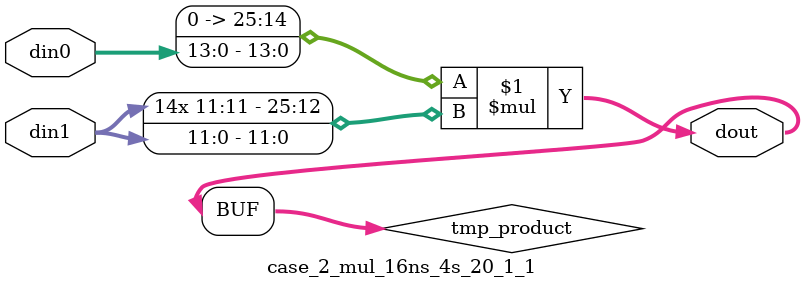
<source format=v>

`timescale 1 ns / 1 ps

 (* use_dsp = "no" *)  module case_2_mul_16ns_4s_20_1_1(din0, din1, dout);
parameter ID = 1;
parameter NUM_STAGE = 0;
parameter din0_WIDTH = 14;
parameter din1_WIDTH = 12;
parameter dout_WIDTH = 26;

input [din0_WIDTH - 1 : 0] din0; 
input [din1_WIDTH - 1 : 0] din1; 
output [dout_WIDTH - 1 : 0] dout;

wire signed [dout_WIDTH - 1 : 0] tmp_product;

























assign tmp_product = $signed({1'b0, din0}) * $signed(din1);










assign dout = tmp_product;





















endmodule

</source>
